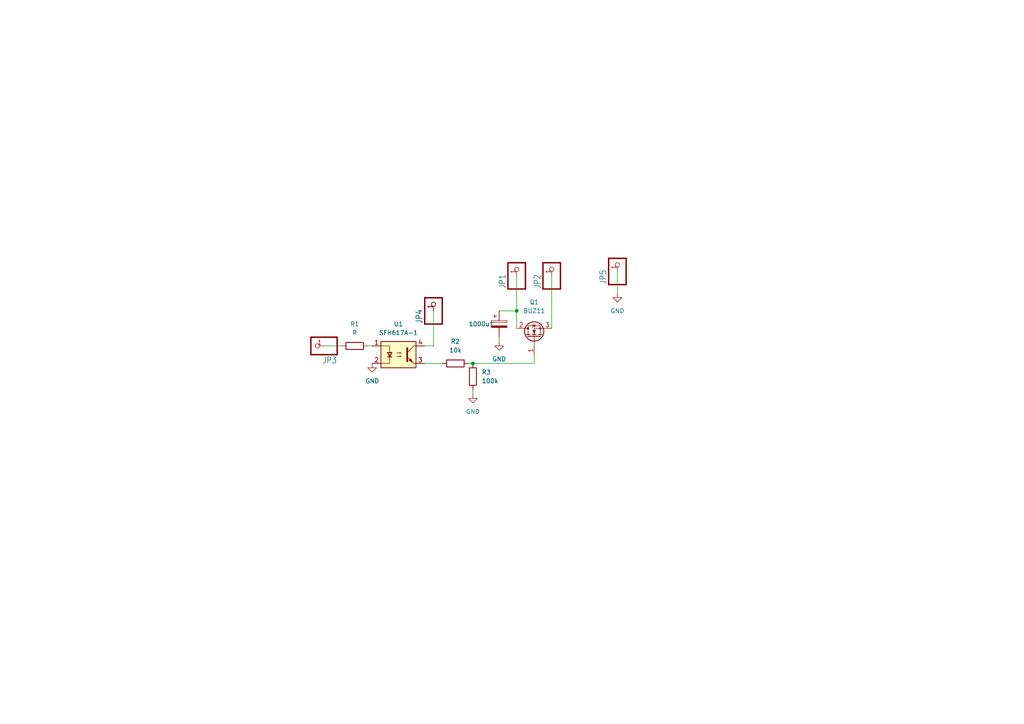
<source format=kicad_sch>
(kicad_sch (version 20211123) (generator eeschema)
  (paper "A4")
  (title_block (title "Deska spínače") (date "2022-03-17") (rev "1.0") (company "Michal Basler") (comment 1 "Maturitní prace E4 2021/2022"))
  (lib_symbols
    (symbol "Device:C_Polarized" (pin_numbers hide) (pin_names (offset 0.254))
      (property "Reference" "C" (at 0.635 2.54 0))
      (property "Value" "C_Polarized" (at 0.635 -2.54 0))
      (symbol "C_Polarized_0_1"
        (rectangle (start -2.286 0.508) (end 2.286 1.016))
        (polyline (pts (xy -1.778 2.286) (xy -0.762 2.286)))
        (polyline (pts (xy -1.27 2.794) (xy -1.27 1.778)))
        (rectangle (start 2.286 -0.508) (end -2.286 -1.016) (fill (type outline)))
      )
      (symbol "C_Polarized_1_1"
        (pin passive line (at 0 3.81 270) (length 2.794) (name "~") (number "1"))
        (pin passive line (at 0 -3.81 90) (length 2.794) (name "~") (number "2"))
      )
    )
    (symbol "Device:R" (pin_numbers hide) (pin_names (offset 0))
      (property "Reference" "R" (at 2.032 0 90))
      (property "Value" "R" (at 0 0 90))
      (symbol "R_0_1"
        (rectangle (start -1.016 -2.54) (end 1.016 2.54) (stroke (width 0.254)))
      )
      (symbol "R_1_1"
        (pin passive line (at 0 3.81 270) (length 1.27) (name "~") (number "1"))
        (pin passive line (at 0 -3.81 90) (length 1.27) (name "~") (number "2"))
      )
    )
    (symbol "Isolator:SFH617A-1" (pin_names (offset 1.016))
      (property "Reference" "U" (at -5.08 5.08 0))
      (property "Value" "SFH617A-1" (at 0 5.08 0))
      (symbol "SFH617A-1_0_1"
        (rectangle (start -5.08 3.81) (end 5.08 -3.81) (stroke (width 0.254)) (fill (type background)))
        (polyline (pts (xy -3.175 -0.635) (xy -1.905 -0.635)) (stroke (width 0.254)))
        (polyline (pts (xy 2.54 0.635) (xy 4.445 2.54)))
        (polyline (pts (xy 4.445 -2.54) (xy 2.54 -0.635)) (fill (type outline)))
        (polyline (pts (xy 4.445 -2.54) (xy 5.08 -2.54)))
        (polyline (pts (xy 4.445 2.54) (xy 5.08 2.54)))
        (polyline (pts (xy -2.54 -0.635) (xy -2.54 -2.54) (xy -5.08 -2.54)))
        (polyline (pts (xy 2.54 1.905) (xy 2.54 -1.905) (xy 2.54 -1.905)) (stroke (width 0.508)))
        (polyline (pts (xy -5.08 2.54) (xy -2.54 2.54) (xy -2.54 -1.27) (xy -2.54 0.635)))
        (polyline (pts (xy -2.54 -0.635) (xy -3.175 0.635) (xy -1.905 0.635) (xy -2.54 -0.635)) (stroke (width 0.254)))
        (polyline (pts (xy -0.508 -0.508) (xy 0.762 -0.508) (xy 0.381 -0.635) (xy 0.381 -0.381) (xy 0.762 -0.508)))
        (polyline (pts (xy -0.508 0.508) (xy 0.762 0.508) (xy 0.381 0.381) (xy 0.381 0.635) (xy 0.762 0.508)))
        (polyline (pts (xy 3.048 -1.651) (xy 3.556 -1.143) (xy 4.064 -2.159) (xy 3.048 -1.651) (xy 3.048 -1.651)) (fill (type outline)))
      )
      (symbol "SFH617A-1_1_1"
        (pin passive line (at -7.62 2.54 0) (length 2.54) (name "~") (number "1"))
        (pin passive line (at -7.62 -2.54 0) (length 2.54) (name "~") (number "2"))
        (pin passive line (at 7.62 -2.54 180) (length 2.54) (name "~") (number "3"))
        (pin passive line (at 7.62 2.54 180) (length 2.54) (name "~") (number "4"))
      )
    )
    (symbol "Main_board-eagle-import:PINHD-1X1"
      (property "Reference" "JP" (at -6.35 3.175 0))
      (property "Value" "PINHD-1X1" (at -6.35 -5.08 0))
      (symbol "PINHD-1X1_1_0"
        (polyline (pts (xy -6.35 -2.54) (xy 1.27 -2.54)) (stroke (width 0.4064)))
        (polyline (pts (xy -6.35 2.54) (xy -6.35 -2.54)) (stroke (width 0.4064)))
        (polyline (pts (xy 1.27 -2.54) (xy 1.27 2.54)) (stroke (width 0.4064)))
        (polyline (pts (xy 1.27 2.54) (xy -6.35 2.54)) (stroke (width 0.4064)))
        (pin passive inverted (at -2.54 0 0) (length 2.54) (name "1") (number "1"))
      )
    )
    (symbol "Transistor_FET:BUZ11" (pin_names hide)
      (property "Reference" "Q" (at 6.35 1.905 0))
      (property "Value" "BUZ11" (at 6.35 0 0))
      (symbol "BUZ11_0_1"
        (polyline (pts (xy 0.254 0) (xy -2.54 0)))
        (polyline (pts (xy 0.254 1.905) (xy 0.254 -1.905)) (stroke (width 0.254)))
        (polyline (pts (xy 0.762 -1.27) (xy 0.762 -2.286)) (stroke (width 0.254)))
        (polyline (pts (xy 0.762 0.508) (xy 0.762 -0.508)) (stroke (width 0.254)))
        (polyline (pts (xy 0.762 2.286) (xy 0.762 1.27)) (stroke (width 0.254)))
        (polyline (pts (xy 2.54 2.54) (xy 2.54 1.778)))
        (polyline (pts (xy 2.54 -2.54) (xy 2.54 0) (xy 0.762 0)))
        (polyline (pts (xy 0.762 -1.778) (xy 3.302 -1.778) (xy 3.302 1.778) (xy 0.762 1.778)))
        (polyline (pts (xy 1.016 0) (xy 2.032 0.381) (xy 2.032 -0.381) (xy 1.016 0)) (fill (type outline)))
        (polyline (pts (xy 2.794 0.508) (xy 2.921 0.381) (xy 3.683 0.381) (xy 3.81 0.254)))
        (polyline (pts (xy 3.302 0.381) (xy 2.921 -0.254) (xy 3.683 -0.254) (xy 3.302 0.381)))
        (circle (center 1.651 0) (radius 2.794) (stroke (width 0.254)))
        (circle (center 2.54 -1.778) (radius 0.254) (fill (type outline)))
        (circle (center 2.54 1.778) (radius 0.254) (fill (type outline)))
      )
      (symbol "BUZ11_1_1"
        (pin input line (at -5.08 0 0) (length 2.54) (name "G") (number "1"))
        (pin passive line (at 2.54 5.08 270) (length 2.54) (name "D") (number "2"))
        (pin passive line (at 2.54 -5.08 90) (length 2.54) (name "S") (number "3"))
      )
    )
    (symbol "power:GND" (power) (pin_names (offset 0))
      (property "Value" "GND" (at 0 -3.81 0))
      (symbol "GND_0_1"
        (polyline (pts (xy 0 0) (xy 0 -1.27) (xy 1.27 -1.27) (xy 0 -2.54) (xy -1.27 -1.27) (xy 0 -1.27)))
      )
      (symbol "GND_1_1"
        (pin power_in line (at 0 0 270) (length 0) hide (name "GND") (number "1"))
      )
    )
  )
  (junction (at 149.86 90.17))
  (junction (at 137.16 105.41))
  (wire (pts (xy 137.16 114.3) (xy 137.16 113.03)))
  (wire (pts (xy 125.73 100.33) (xy 123.19 100.33)))
  (wire (pts (xy 160.02 80.01) (xy 160.02 95.25)))
  (wire (pts (xy 137.16 105.41) (xy 154.94 105.41)))
  (wire (pts (xy 144.78 99.06) (xy 144.78 97.79)))
  (wire (pts (xy 144.78 90.17) (xy 149.86 90.17)))
  (wire (pts (xy 154.94 105.41) (xy 154.94 102.87)))
  (wire (pts (xy 149.86 80.01) (xy 149.86 90.17)))
  (wire (pts (xy 149.86 90.17) (xy 149.86 95.25)))
  (wire (pts (xy 125.73 90.17) (xy 125.73 100.33)))
  (wire (pts (xy 128.27 105.41) (xy 123.19 105.41)))
  (wire (pts (xy 106.68 100.33) (xy 107.95 100.33)))
  (wire (pts (xy 179.07 78.74) (xy 179.07 85.09)))
  (wire (pts (xy 137.16 105.41) (xy 135.89 105.41)))
  (wire (pts (xy 93.98 100.33) (xy 99.06 100.33)))
  (symbol (lib_id "Device:R") (at 102.87 100.33 90) (unit 1)
    (property "Reference" "R1" (at 102.87 93.98 90))
    (property "Value" "R" (at 102.87 96.52 90))
    (property "Footprint" "Resistor_THT:R_Axial_DIN0207_L6.3mm_D2.5mm_P10.16mm_Horizontal" (effects hide))
  )
  (symbol (lib_id "Main_board-eagle-import:PINHD-1X1") (at 125.73 87.63 90) (unit 1)
    (property "Reference" "JP4" (at 122.555 93.98 0) (effects (font (size 1.778 1.5113)) (justify left bottom)))
    (property "Value" "PINHD-1X1" (effects hide))
    (property "Footprint" "Connector_Pin:Pin_D0.7mm_L6.5mm_W1.8mm_FlatFork" (effects hide))
  )
  (symbol (lib_id "Main_board-eagle-import:PINHD-1X1") (at 179.07 76.2 90) (unit 1)
    (property "Reference" "JP5" (at 175.895 82.55 0) (effects (font (size 1.778 1.5113)) (justify left bottom)))
    (property "Value" "PINHD-1X1" (effects hide))
    (property "Footprint" "Connector_Pin:Pin_D0.7mm_L6.5mm_W1.8mm_FlatFork" (effects hide))
  )
  (symbol (lib_id "Device:R") (at 132.08 105.41 90) (unit 1)
    (property "Reference" "R2" (at 132.08 99.06 90))
    (property "Value" "10k" (at 132.08 101.6 90))
    (property "Footprint" "Resistor_THT:R_Axial_DIN0207_L6.3mm_D2.5mm_P10.16mm_Horizontal" (effects hide))
  )
  (symbol (lib_id "power:GND") (at 107.95 105.41 0) (unit 1)
    (property "Reference" "#PWR0102" (effects hide))
    (property "Value" "GND" (at 107.95 110.49 0))
  )
  (symbol (lib_id "Main_board-eagle-import:PINHD-1X1") (at 91.44 100.33 180) (unit 1)
    (property "Reference" "JP3" (at 97.79 103.505 0) (effects (font (size 1.778 1.5113)) (justify left bottom)))
    (property "Value" "PINHD-1X1" (effects hide))
    (property "Footprint" "Connector_Pin:Pin_D0.7mm_L6.5mm_W1.8mm_FlatFork" (effects hide))
  )
  (symbol (lib_id "Main_board-eagle-import:PINHD-1X1") (at 149.86 77.47 90) (unit 1)
    (property "Reference" "JP1" (at 146.685 83.82 0) (effects (font (size 1.778 1.5113)) (justify left bottom)))
    (property "Value" "PINHD-1X1" (effects hide))
    (property "Footprint" "Connector_Pin:Pin_D0.7mm_L6.5mm_W1.8mm_FlatFork" (effects hide))
  )
  (symbol (lib_id "Transistor_FET:BUZ11") (at 154.94 97.79 90) (unit 1)
    (property "Reference" "Q1" (at 154.94 87.63 90))
    (property "Value" "BUZ11" (at 154.94 90.17 90))
    (property "Footprint" "Package_TO_SOT_THT:TO-220-3_Vertical" (effects hide))
    (property "Datasheet" "https://media.digikey.com/pdf/Data%20Sheets/Fairchild%20PDFs/BUZ11.pdf" (effects hide))
  )
  (symbol (lib_id "Device:C_Polarized") (at 144.78 93.98 0) (unit 1)
    (property "Reference" "1000u1" (at 135.89 93.98 0) (effects (justify left)))
    (property "Value" "C_Polarized" (effects hide))
    (property "Footprint" "Capacitor_THT:CP_Radial_D10.0mm_P5.00mm" (effects hide))
  )
  (symbol (lib_id "power:GND") (at 137.16 114.3 0) (unit 1)
    (property "Reference" "#PWR0101" (effects hide))
    (property "Value" "GND" (at 137.16 119.38 0))
  )
  (symbol (lib_id "Isolator:SFH617A-1") (at 115.57 102.87 0) (unit 1)
    (property "Reference" "U1" (at 115.57 93.98 0))
    (property "Value" "SFH617A-1" (at 115.57 96.52 0))
    (property "Footprint" "Package_DIP:DIP-4_W7.62mm" (effects hide))
    (property "Datasheet" "http://www.vishay.com/docs/83740/sfh617a.pdf" (effects hide))
  )
  (symbol (lib_id "Main_board-eagle-import:PINHD-1X1") (at 160.02 77.47 90) (unit 1)
    (property "Reference" "JP2" (at 156.845 83.82 0) (effects (font (size 1.778 1.5113)) (justify left bottom)))
    (property "Value" "PINHD-1X1" (effects hide))
    (property "Footprint" "Connector_Pin:Pin_D0.7mm_L6.5mm_W1.8mm_FlatFork" (effects hide))
  )
  (symbol (lib_id "power:GND") (at 179.07 85.09 0) (unit 1)
    (property "Reference" "#PWR0104" (effects hide))
    (property "Value" "GND" (at 179.07 90.17 0))
  )
  (symbol (lib_id "power:GND") (at 144.78 99.06 0) (unit 1)
    (property "Reference" "#PWR0103" (effects hide))
    (property "Value" "GND" (at 144.78 104.14 0))
  )
  (symbol (lib_id "Device:R") (at 137.16 109.22 0) (unit 1)
    (property "Reference" "R3" (at 139.7 107.9499 0) (effects (justify left)))
    (property "Value" "100k" (at 139.7 110.4899 0) (effects (justify left)))
    (property "Footprint" "Resistor_THT:R_Axial_DIN0207_L6.3mm_D2.5mm_P10.16mm_Horizontal" (effects hide))
  )
)
</source>
